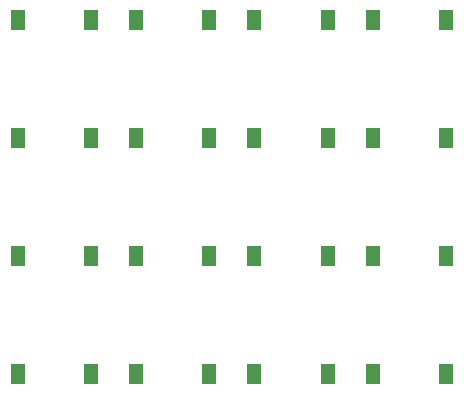
<source format=gtp>
%MOIN*%
%OFA0B0*%
%FSLAX46Y46*%
%IPPOS*%
%LPD*%
%ADD10R,0.0475590157480315X0.06936220472440946*%
%ADD21R,0.0475590157480315X0.06936220472440946*%
%ADD22R,0.0475590157480315X0.06936220472440946*%
%ADD23R,0.0475590157480315X0.06936220472440946*%
%ADD24R,0.0475590157480315X0.06936220472440946*%
%ADD25R,0.0475590157480315X0.06936220472440946*%
%ADD26R,0.0475590157480315X0.06936220472440946*%
%ADD27R,0.0475590157480315X0.06936220472440946*%
%ADD28R,0.0475590157480315X0.06936220472440946*%
%ADD29R,0.0475590157480315X0.06936220472440946*%
%ADD30R,0.0475590157480315X0.06936220472440946*%
%ADD31R,0.0475590157480315X0.06936220472440946*%
%ADD32R,0.0475590157480315X0.06936220472440946*%
%ADD33R,0.0475590157480315X0.06936220472440946*%
%ADD34R,0.0475590157480315X0.06936220472440946*%
%ADD35R,0.0475590157480315X0.06936220472440946*%
D10*
X0000000000Y0003937007D02*
X0000035480Y0003838582D03*
X0000279480Y0003838582D03*
G04 next file*
G04 #@! TF.GenerationSoftware,KiCad,Pcbnew,(5.1.5)-3*
G04 #@! TF.CreationDate,2021-04-29T13:46:15+02:00*
G04 #@! TF.ProjectId,Hivetracker,48697665-7472-4616-936b-65722e6b6963,rev?*
G04 #@! TF.SameCoordinates,PX2562500PY28a0640*
G04 #@! TF.FileFunction,Paste,Top*
G04 #@! TF.FilePolarity,Positive*
G04 Gerber Fmt 4.6, Leading zero omitted, Abs format (unit mm)*
G04 Created by KiCad (PCBNEW (5.1.5)-3) date 2021-04-29 13:46:15*
G04 APERTURE LIST*
G04 APERTURE END LIST*
D21*
X0000393700Y0003937007D02*
X0000429181Y0003838582D03*
X0000673181Y0003838582D03*
G04 next file*
G04 #@! TF.GenerationSoftware,KiCad,Pcbnew,(5.1.5)-3*
G04 #@! TF.CreationDate,2021-04-29T13:46:15+02:00*
G04 #@! TF.ProjectId,Hivetracker,48697665-7472-4616-936b-65722e6b6963,rev?*
G04 #@! TF.SameCoordinates,PX2562500PY28a0640*
G04 #@! TF.FileFunction,Paste,Top*
G04 #@! TF.FilePolarity,Positive*
G04 Gerber Fmt 4.6, Leading zero omitted, Abs format (unit mm)*
G04 Created by KiCad (PCBNEW (5.1.5)-3) date 2021-04-29 13:46:15*
G04 APERTURE LIST*
G04 APERTURE END LIST*
D22*
X0000787401Y0003937007D02*
X0000822881Y0003838582D03*
X0001066881Y0003838582D03*
G04 next file*
G04 #@! TF.GenerationSoftware,KiCad,Pcbnew,(5.1.5)-3*
G04 #@! TF.CreationDate,2021-04-29T13:46:15+02:00*
G04 #@! TF.ProjectId,Hivetracker,48697665-7472-4616-936b-65722e6b6963,rev?*
G04 #@! TF.SameCoordinates,PX2562500PY28a0640*
G04 #@! TF.FileFunction,Paste,Top*
G04 #@! TF.FilePolarity,Positive*
G04 Gerber Fmt 4.6, Leading zero omitted, Abs format (unit mm)*
G04 Created by KiCad (PCBNEW (5.1.5)-3) date 2021-04-29 13:46:15*
G04 APERTURE LIST*
G04 APERTURE END LIST*
D23*
X0000000000Y0003543307D02*
X0000035480Y0003444881D03*
X0000279480Y0003444881D03*
G04 next file*
G04 #@! TF.GenerationSoftware,KiCad,Pcbnew,(5.1.5)-3*
G04 #@! TF.CreationDate,2021-04-29T13:46:15+02:00*
G04 #@! TF.ProjectId,Hivetracker,48697665-7472-4616-936b-65722e6b6963,rev?*
G04 #@! TF.SameCoordinates,PX2562500PY28a0640*
G04 #@! TF.FileFunction,Paste,Top*
G04 #@! TF.FilePolarity,Positive*
G04 Gerber Fmt 4.6, Leading zero omitted, Abs format (unit mm)*
G04 Created by KiCad (PCBNEW (5.1.5)-3) date 2021-04-29 13:46:15*
G04 APERTURE LIST*
G04 APERTURE END LIST*
D24*
X0000393700Y0003543307D02*
X0000429181Y0003444881D03*
X0000673181Y0003444881D03*
G04 next file*
G04 #@! TF.GenerationSoftware,KiCad,Pcbnew,(5.1.5)-3*
G04 #@! TF.CreationDate,2021-04-29T13:46:15+02:00*
G04 #@! TF.ProjectId,Hivetracker,48697665-7472-4616-936b-65722e6b6963,rev?*
G04 #@! TF.SameCoordinates,PX2562500PY28a0640*
G04 #@! TF.FileFunction,Paste,Top*
G04 #@! TF.FilePolarity,Positive*
G04 Gerber Fmt 4.6, Leading zero omitted, Abs format (unit mm)*
G04 Created by KiCad (PCBNEW (5.1.5)-3) date 2021-04-29 13:46:15*
G04 APERTURE LIST*
G04 APERTURE END LIST*
D25*
X0000000000Y0003149606D02*
X0000035480Y0003051181D03*
X0000279480Y0003051181D03*
G04 next file*
G04 #@! TF.GenerationSoftware,KiCad,Pcbnew,(5.1.5)-3*
G04 #@! TF.CreationDate,2021-04-29T13:46:15+02:00*
G04 #@! TF.ProjectId,Hivetracker,48697665-7472-4616-936b-65722e6b6963,rev?*
G04 #@! TF.SameCoordinates,PX2562500PY28a0640*
G04 #@! TF.FileFunction,Paste,Top*
G04 #@! TF.FilePolarity,Positive*
G04 Gerber Fmt 4.6, Leading zero omitted, Abs format (unit mm)*
G04 Created by KiCad (PCBNEW (5.1.5)-3) date 2021-04-29 13:46:15*
G04 APERTURE LIST*
G04 APERTURE END LIST*
D26*
X0000393700Y0003149606D02*
X0000429181Y0003051181D03*
X0000673181Y0003051181D03*
G04 next file*
G04 #@! TF.GenerationSoftware,KiCad,Pcbnew,(5.1.5)-3*
G04 #@! TF.CreationDate,2021-04-29T13:46:15+02:00*
G04 #@! TF.ProjectId,Hivetracker,48697665-7472-4616-936b-65722e6b6963,rev?*
G04 #@! TF.SameCoordinates,PX2562500PY28a0640*
G04 #@! TF.FileFunction,Paste,Top*
G04 #@! TF.FilePolarity,Positive*
G04 Gerber Fmt 4.6, Leading zero omitted, Abs format (unit mm)*
G04 Created by KiCad (PCBNEW (5.1.5)-3) date 2021-04-29 13:46:15*
G04 APERTURE LIST*
G04 APERTURE END LIST*
D27*
X0000787401Y0003149606D02*
X0000822881Y0003051181D03*
X0001066881Y0003051181D03*
G04 next file*
G04 #@! TF.GenerationSoftware,KiCad,Pcbnew,(5.1.5)-3*
G04 #@! TF.CreationDate,2021-04-29T13:46:15+02:00*
G04 #@! TF.ProjectId,Hivetracker,48697665-7472-4616-936b-65722e6b6963,rev?*
G04 #@! TF.SameCoordinates,PX2562500PY28a0640*
G04 #@! TF.FileFunction,Paste,Top*
G04 #@! TF.FilePolarity,Positive*
G04 Gerber Fmt 4.6, Leading zero omitted, Abs format (unit mm)*
G04 Created by KiCad (PCBNEW (5.1.5)-3) date 2021-04-29 13:46:15*
G04 APERTURE LIST*
G04 APERTURE END LIST*
D28*
X0000787401Y0003543307D02*
X0000822881Y0003444881D03*
X0001066881Y0003444881D03*
G04 next file*
G04 #@! TF.GenerationSoftware,KiCad,Pcbnew,(5.1.5)-3*
G04 #@! TF.CreationDate,2021-04-29T13:46:15+02:00*
G04 #@! TF.ProjectId,Hivetracker,48697665-7472-4616-936b-65722e6b6963,rev?*
G04 #@! TF.SameCoordinates,PX2562500PY28a0640*
G04 #@! TF.FileFunction,Paste,Top*
G04 #@! TF.FilePolarity,Positive*
G04 Gerber Fmt 4.6, Leading zero omitted, Abs format (unit mm)*
G04 Created by KiCad (PCBNEW (5.1.5)-3) date 2021-04-29 13:46:15*
G04 APERTURE LIST*
G04 APERTURE END LIST*
D29*
X0001181102Y0003937007D02*
X0001216582Y0003838582D03*
X0001460582Y0003838582D03*
G04 next file*
G04 #@! TF.GenerationSoftware,KiCad,Pcbnew,(5.1.5)-3*
G04 #@! TF.CreationDate,2021-04-29T13:46:15+02:00*
G04 #@! TF.ProjectId,Hivetracker,48697665-7472-4616-936b-65722e6b6963,rev?*
G04 #@! TF.SameCoordinates,PX2562500PY28a0640*
G04 #@! TF.FileFunction,Paste,Top*
G04 #@! TF.FilePolarity,Positive*
G04 Gerber Fmt 4.6, Leading zero omitted, Abs format (unit mm)*
G04 Created by KiCad (PCBNEW (5.1.5)-3) date 2021-04-29 13:46:15*
G04 APERTURE LIST*
G04 APERTURE END LIST*
D30*
X0001181102Y0003543307D02*
X0001216582Y0003444881D03*
X0001460582Y0003444881D03*
G04 next file*
G04 #@! TF.GenerationSoftware,KiCad,Pcbnew,(5.1.5)-3*
G04 #@! TF.CreationDate,2021-04-29T13:46:15+02:00*
G04 #@! TF.ProjectId,Hivetracker,48697665-7472-4616-936b-65722e6b6963,rev?*
G04 #@! TF.SameCoordinates,PX2562500PY28a0640*
G04 #@! TF.FileFunction,Paste,Top*
G04 #@! TF.FilePolarity,Positive*
G04 Gerber Fmt 4.6, Leading zero omitted, Abs format (unit mm)*
G04 Created by KiCad (PCBNEW (5.1.5)-3) date 2021-04-29 13:46:15*
G04 APERTURE LIST*
G04 APERTURE END LIST*
D31*
X0001181102Y0003149606D02*
X0001216582Y0003051181D03*
X0001460582Y0003051181D03*
G04 next file*
G04 #@! TF.GenerationSoftware,KiCad,Pcbnew,(5.1.5)-3*
G04 #@! TF.CreationDate,2021-04-29T13:46:15+02:00*
G04 #@! TF.ProjectId,Hivetracker,48697665-7472-4616-936b-65722e6b6963,rev?*
G04 #@! TF.SameCoordinates,PX2562500PY28a0640*
G04 #@! TF.FileFunction,Paste,Top*
G04 #@! TF.FilePolarity,Positive*
G04 Gerber Fmt 4.6, Leading zero omitted, Abs format (unit mm)*
G04 Created by KiCad (PCBNEW (5.1.5)-3) date 2021-04-29 13:46:15*
G04 APERTURE LIST*
G04 APERTURE END LIST*
D32*
X0000000000Y0002755905D02*
X0000035480Y0002657480D03*
X0000279480Y0002657480D03*
G04 next file*
G04 #@! TF.GenerationSoftware,KiCad,Pcbnew,(5.1.5)-3*
G04 #@! TF.CreationDate,2021-04-29T13:46:15+02:00*
G04 #@! TF.ProjectId,Hivetracker,48697665-7472-4616-936b-65722e6b6963,rev?*
G04 #@! TF.SameCoordinates,PX2562500PY28a0640*
G04 #@! TF.FileFunction,Paste,Top*
G04 #@! TF.FilePolarity,Positive*
G04 Gerber Fmt 4.6, Leading zero omitted, Abs format (unit mm)*
G04 Created by KiCad (PCBNEW (5.1.5)-3) date 2021-04-29 13:46:15*
G04 APERTURE LIST*
G04 APERTURE END LIST*
D33*
X0000393700Y0002755905D02*
X0000429181Y0002657480D03*
X0000673181Y0002657480D03*
G04 next file*
G04 #@! TF.GenerationSoftware,KiCad,Pcbnew,(5.1.5)-3*
G04 #@! TF.CreationDate,2021-04-29T13:46:15+02:00*
G04 #@! TF.ProjectId,Hivetracker,48697665-7472-4616-936b-65722e6b6963,rev?*
G04 #@! TF.SameCoordinates,PX2562500PY28a0640*
G04 #@! TF.FileFunction,Paste,Top*
G04 #@! TF.FilePolarity,Positive*
G04 Gerber Fmt 4.6, Leading zero omitted, Abs format (unit mm)*
G04 Created by KiCad (PCBNEW (5.1.5)-3) date 2021-04-29 13:46:15*
G04 APERTURE LIST*
G04 APERTURE END LIST*
D34*
X0000787401Y0002755905D02*
X0000822881Y0002657480D03*
X0001066881Y0002657480D03*
G04 next file*
G04 #@! TF.GenerationSoftware,KiCad,Pcbnew,(5.1.5)-3*
G04 #@! TF.CreationDate,2021-04-29T13:46:15+02:00*
G04 #@! TF.ProjectId,Hivetracker,48697665-7472-4616-936b-65722e6b6963,rev?*
G04 #@! TF.SameCoordinates,PX2562500PY28a0640*
G04 #@! TF.FileFunction,Paste,Top*
G04 #@! TF.FilePolarity,Positive*
G04 Gerber Fmt 4.6, Leading zero omitted, Abs format (unit mm)*
G04 Created by KiCad (PCBNEW (5.1.5)-3) date 2021-04-29 13:46:15*
G04 APERTURE LIST*
G04 APERTURE END LIST*
D35*
X0001181102Y0002755905D02*
X0001216582Y0002657480D03*
X0001460582Y0002657480D03*
M02*
</source>
